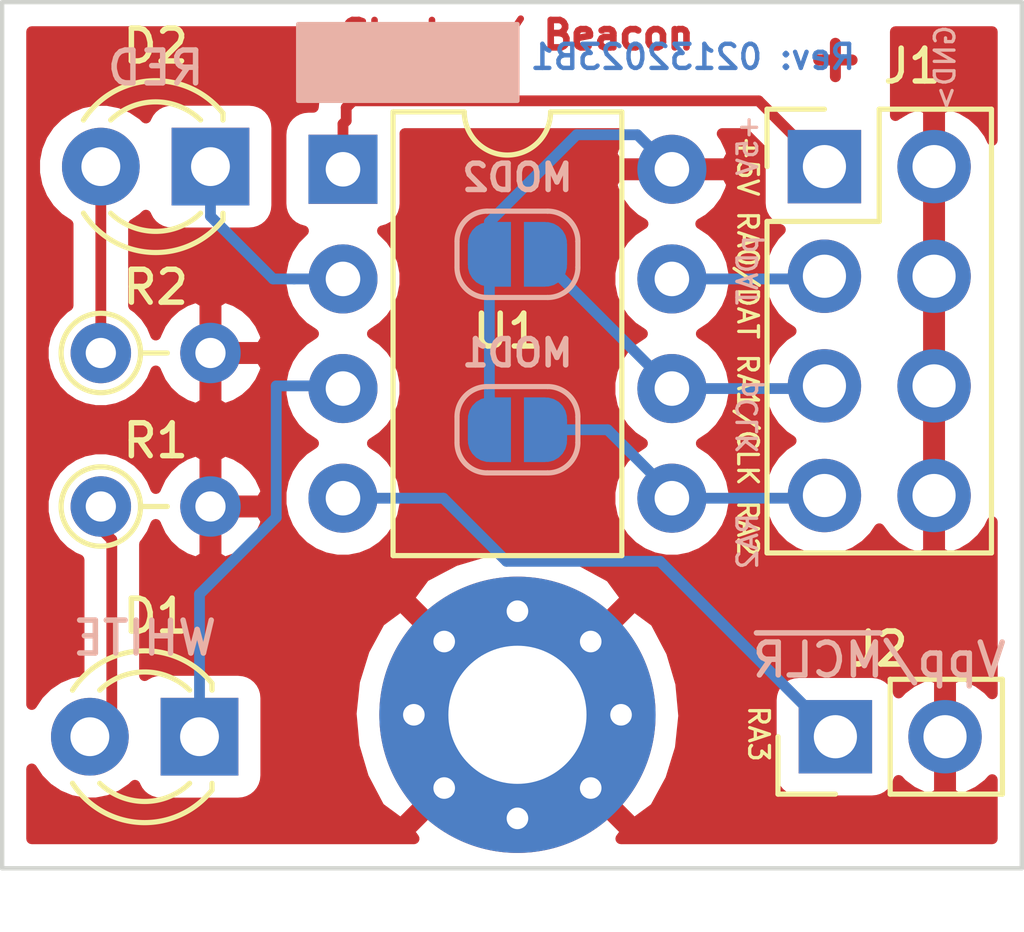
<source format=kicad_pcb>
(kicad_pcb (version 20240108) (generator "pcbnew") (generator_version "8.0")
  (layers (0 "F.Cu" signal) (31 "B.Cu" signal) (34 "B.Paste" user) (35 "F.Paste" user) (36 "B.SilkS" user "B.Silkscreen") (37 "F.SilkS" user "F.Silkscreen") (38 "B.Mask" user) (39 "F.Mask" user) (44 "Edge.Cuts" user))
  (net 0 "")
  (net 1 "Net-(D1-Pad2)")
  (net 2 "Net-(D1-Pad1)")
  (net 3 "Net-(D2-Pad2)")
  (net 4 "Net-(D2-Pad1)")
  (net 5 "GND")
  (net 6 "Net-(J1-Pad3)")
  (net 7 "+VDC")
  (net 8 "Net-(J2-Pad1)")
  (net 9 "Net-(J1-Pad7)")
  (net 10 "Net-(J1-Pad5)")
  (footprint "LED_THT:LED_D3.0mm_Clear" (layer "F.Cu") (at 107.696 104.14 180)
    (property "Reference" "D1" (at 1.016 2.794 0) (layer "F.SilkS") (effects (font (size 0.762 0.762) (thickness 0.127))))
    (property "Value" "WHITE" (at 1.27 2.286 0) (layer "B.SilkS") (effects (font (size 0.762 0.762) (thickness 0.127)) (justify mirror)))
    (fp_line (start -0.29 1.08) (end -0.29 1.236) (stroke (width 0.12)) (layer "F.SilkS"))
    (fp_line (start -0.29 -1.236) (end -0.29 -1.08) (stroke (width 0.12)) (layer "F.SilkS"))
    (fp_arc (start 2.942335 1.078608) (mid 1.366487 1.987659) (end -0.29 1.235516) (stroke (width 0.12)) (layer "F.SilkS"))
    (fp_arc (start 2.31113 1.079837) (mid 1.270117 1.5) (end 0.229039 1.08) (stroke (width 0.12)) (layer "F.SilkS"))
    (fp_arc (start 0.229039 -1.08) (mid 1.270117 -1.5) (end 2.31113 -1.079837) (stroke (width 0.12)) (layer "F.SilkS"))
    (fp_arc (start -0.29 -1.235516) (mid 1.366487 -1.987659) (end 2.942335 -1.078608) (stroke (width 0.12)) (layer "F.SilkS"))
    (pad "1" thru_hole rect (at 0 0 180) (size 1.8 1.8) (drill 0.9) (layers "*.Cu" "*.Mask") (net 2 "Net-(D1-Pad1)"))
    (pad "2" thru_hole circle (at 2.54 0 180) (size 1.8 1.8) (drill 0.9) (layers "*.Cu" "*.Mask") (net 1 "Net-(D1-Pad2)"))
  )
  (footprint "LED_THT:LED_D3.0mm" (layer "F.Cu") (at 107.95 90.932 180)
    (property "Reference" "D2" (at 1.27 2.794 0) (layer "F.SilkS") (effects (font (size 0.762 0.762) (thickness 0.127))))
    (property "Value" "RED" (at 1.27 2.286 0) (layer "B.SilkS") (effects (font (size 0.762 0.762) (thickness 0.127)) (justify mirror)))
    (fp_line (start -0.29 1.08) (end -0.29 1.236) (stroke (width 0.12)) (layer "F.SilkS"))
    (fp_line (start -0.29 -1.236) (end -0.29 -1.08) (stroke (width 0.12)) (layer "F.SilkS"))
    (fp_arc (start 2.942335 1.078608) (mid 1.366487 1.987659) (end -0.29 1.235516) (stroke (width 0.12)) (layer "F.SilkS"))
    (fp_arc (start 2.31113 1.079837) (mid 1.270117 1.5) (end 0.229039 1.08) (stroke (width 0.12)) (layer "F.SilkS"))
    (fp_arc (start 0.229039 -1.08) (mid 1.270117 -1.5) (end 2.31113 -1.079837) (stroke (width 0.12)) (layer "F.SilkS"))
    (fp_arc (start -0.29 -1.235516) (mid 1.366487 -1.987659) (end 2.942335 -1.078608) (stroke (width 0.12)) (layer "F.SilkS"))
    (pad "1" thru_hole rect (at 0 0 180) (size 1.8 1.8) (drill 0.9) (layers "*.Cu" "*.Mask") (net 4 "Net-(D2-Pad1)"))
    (pad "2" thru_hole circle (at 2.54 0 180) (size 1.8 1.8) (drill 0.9) (layers "*.Cu" "*.Mask") (net 3 "Net-(D2-Pad2)"))
  )
  (footprint "Resistor_THT:R_Axial_DIN0204_L3.6mm_D1.6mm_P2.54mm_Vertical" (layer "F.Cu") (at 105.41 98.806)
    (property "Reference" "R1" (at 1.27 -1.524 0) (layer "F.SilkS") (effects (font (size 0.762 0.762) (thickness 0.127))))
    (property "Value" "220")
    (fp_line (start 0.92 0) (end 1.54 0) (stroke (width 0.12)) (layer "F.SilkS"))
    (fp_circle (center 0 0) (end 0.92 0) (stroke (width 0.12)) (fill none) (layer "F.SilkS"))
    (pad "1" thru_hole circle (at 0 0) (size 1.4 1.4) (drill 0.7) (layers "*.Cu" "*.Mask") (net 1 "Net-(D1-Pad2)"))
    (pad "2" thru_hole oval (at 2.54 0) (size 1.4 1.4) (drill 0.7) (layers "*.Cu" "*.Mask") (net 5 "GND"))
  )
  (footprint "Resistor_THT:R_Axial_DIN0204_L3.6mm_D1.6mm_P2.54mm_Vertical" (layer "F.Cu") (at 105.41 95.25)
    (property "Reference" "R2" (at 1.27 -1.524 0) (layer "F.SilkS") (effects (font (size 0.762 0.762) (thickness 0.127))))
    (property "Value" "330")
    (fp_line (start 0.92 0) (end 1.54 0) (stroke (width 0.12)) (layer "F.SilkS"))
    (fp_circle (center 0 0) (end 0.92 0) (stroke (width 0.12)) (fill none) (layer "F.SilkS"))
    (pad "1" thru_hole circle (at 0 0) (size 1.4 1.4) (drill 0.7) (layers "*.Cu" "*.Mask") (net 3 "Net-(D2-Pad2)"))
    (pad "2" thru_hole oval (at 2.54 0) (size 1.4 1.4) (drill 0.7) (layers "*.Cu" "*.Mask") (net 5 "GND"))
  )
  (footprint "Package_DIP:DIP-8_W7.62mm" (layer "F.Cu") (at 111.02 90.994)
    (property "Reference" "U1" (at 3.788 3.748 0) (layer "F.SilkS") (effects (font (size 0.762 0.762) (thickness 0.127))))
    (property "Value" "PIC12F1822-IMC")
    (fp_line (start 1.16 -1.33) (end 1.16 8.95) (stroke (width 0.12)) (layer "F.SilkS"))
    (fp_line (start 1.16 8.95) (end 6.46 8.95) (stroke (width 0.12)) (layer "F.SilkS"))
    (fp_line (start 2.81 -1.33) (end 1.16 -1.33) (stroke (width 0.12)) (layer "F.SilkS"))
    (fp_line (start 6.46 -1.33) (end 4.81 -1.33) (stroke (width 0.12)) (layer "F.SilkS"))
    (fp_line (start 6.46 8.95) (end 6.46 -1.33) (stroke (width 0.12)) (layer "F.SilkS"))
    (fp_arc (start 4.81 -1.33) (mid 3.81 -0.33) (end 2.81 -1.33) (stroke (width 0.12)) (layer "F.SilkS"))
    (pad "1" thru_hole rect (at 0 0) (size 1.6 1.6) (drill 0.8) (layers "*.Cu" "*.Mask") (net 7 "+VDC"))
    (pad "2" thru_hole oval (at 0 2.54) (size 1.6 1.6) (drill 0.8) (layers "*.Cu" "*.Mask") (net 4 "Net-(D2-Pad1)"))
    (pad "3" thru_hole oval (at 0 5.08) (size 1.6 1.6) (drill 0.8) (layers "*.Cu" "*.Mask") (net 2 "Net-(D1-Pad1)"))
    (pad "4" thru_hole oval (at 0 7.62) (size 1.6 1.6) (drill 0.8) (layers "*.Cu" "*.Mask") (net 8 "Net-(J2-Pad1)"))
    (pad "5" thru_hole oval (at 7.62 7.62) (size 1.6 1.6) (drill 0.8) (layers "*.Cu" "*.Mask") (net 9 "Net-(J1-Pad7)"))
    (pad "6" thru_hole oval (at 7.62 5.08) (size 1.6 1.6) (drill 0.8) (layers "*.Cu" "*.Mask") (net 10 "Net-(J1-Pad5)"))
    (pad "7" thru_hole oval (at 7.62 2.54) (size 1.6 1.6) (drill 0.8) (layers "*.Cu" "*.Mask") (net 6 "Net-(J1-Pad3)"))
    (pad "8" thru_hole oval (at 7.62 0) (size 1.6 1.6) (drill 0.8) (layers "*.Cu" "*.Mask") (net 5 "GND"))
  )
  (footprint "Connector_PinHeader_2.54mm:PinHeader_1x02_P2.54mm_Vertical" (layer "F.Cu") (at 122.428 104.14 90)
    (property "Reference" "J2" (at 2.032 1.016 0) (layer "F.SilkS") (effects (font (size 0.762 0.762) (thickness 0.127))))
    (property "Value" "Vpp/~{MCLR}" (at 1.778 1.016 0) (layer "B.SilkS") (effects (font (size 0.762 0.762) (thickness 0.127)) (justify mirror)))
    (fp_line (start -1.33 -1.33) (end 0 -1.33) (stroke (width 0.12)) (layer "F.SilkS"))
    (fp_line (start -1.33 0) (end -1.33 -1.33) (stroke (width 0.12)) (layer "F.SilkS"))
    (fp_line (start 1.33 1.27) (end 1.33 3.87) (stroke (width 0.12)) (layer "F.SilkS"))
    (fp_line (start -1.33 1.27) (end 1.33 1.27) (stroke (width 0.12)) (layer "F.SilkS"))
    (fp_line (start -1.33 1.27) (end -1.33 3.87) (stroke (width 0.12)) (layer "F.SilkS"))
    (fp_line (start -1.33 3.87) (end 1.33 3.87) (stroke (width 0.12)) (layer "F.SilkS"))
    (fp_text user "${REFERENCE}" (at 2.032 1.016 0) (layer "F.SilkS") (effects (font (size 0.762 0.762) (thickness 0.127))))
    (pad "1" thru_hole rect (at 0 0 90) (size 1.7 1.7) (drill 1) (layers "*.Cu" "*.Mask") (net 8 "Net-(J2-Pad1)"))
    (pad "2" thru_hole oval (at 0 2.54 90) (size 1.7 1.7) (drill 1) (layers "*.Cu" "*.Mask") (net 5 "GND"))
  )
  (footprint "Connector_PinHeader_2.54mm:PinHeader_2x04_P2.54mm_Vertical" (layer "F.Cu") (at 122.174 90.932)
    (property "Reference" "J1" (at 2.032 -2.33 0) (layer "F.SilkS") (effects (font (size 0.762 0.762) (thickness 0.127))))
    (property "Value" "ICP")
    (fp_line (start -1.33 -1.33) (end 0 -1.33) (stroke (width 0.12)) (layer "F.SilkS"))
    (fp_line (start -1.33 0) (end -1.33 -1.33) (stroke (width 0.12)) (layer "F.SilkS"))
    (fp_line (start -1.33 1.27) (end -1.33 8.95) (stroke (width 0.12)) (layer "F.SilkS"))
    (fp_line (start -1.33 1.27) (end 1.27 1.27) (stroke (width 0.12)) (layer "F.SilkS"))
    (fp_line (start -1.33 8.95) (end 3.87 8.95) (stroke (width 0.12)) (layer "F.SilkS"))
    (fp_line (start 1.27 -1.33) (end 3.87 -1.33) (stroke (width 0.12)) (layer "F.SilkS"))
    (fp_line (start 1.27 1.27) (end 1.27 -1.33) (stroke (width 0.12)) (layer "F.SilkS"))
    (fp_line (start 3.87 -1.33) (end 3.87 8.95) (stroke (width 0.12)) (layer "F.SilkS"))
    (pad "1" thru_hole rect (at 0 0) (size 1.7 1.7) (drill 1) (layers "*.Cu" "*.Mask") (net 7 "+VDC"))
    (pad "2" thru_hole oval (at 2.54 0) (size 1.7 1.7) (drill 1) (layers "*.Cu" "*.Mask") (net 5 "GND"))
    (pad "3" thru_hole oval (at 0 2.54) (size 1.7 1.7) (drill 1) (layers "*.Cu" "*.Mask") (net 6 "Net-(J1-Pad3)"))
    (pad "4" thru_hole oval (at 2.54 2.54) (size 1.7 1.7) (drill 1) (layers "*.Cu" "*.Mask") (net 5 "GND"))
    (pad "5" thru_hole oval (at 0 5.08) (size 1.7 1.7) (drill 1) (layers "*.Cu" "*.Mask") (net 10 "Net-(J1-Pad5)"))
    (pad "6" thru_hole oval (at 2.54 5.08) (size 1.7 1.7) (drill 1) (layers "*.Cu" "*.Mask") (net 5 "GND"))
    (pad "7" thru_hole oval (at 0 7.62) (size 1.7 1.7) (drill 1) (layers "*.Cu" "*.Mask") (net 9 "Net-(J1-Pad7)"))
    (pad "8" thru_hole oval (at 2.54 7.62) (size 1.7 1.7) (drill 1) (layers "*.Cu" "*.Mask") (net 5 "GND"))
  )
  (footprint "MountingHole:MountingHole_3.2mm_M3_Pad_Via" (layer "F.Cu") (at 115.062 103.632)
    (property "Reference" "H1" (hide yes))
    (property "Value" "MountingHole_Pad")
    (pad "1" thru_hole circle (at -2.4 0) (size 0.8 0.8) (drill 0.5) (layers "*.Cu" "*.Mask") (net 5 "GND"))
    (pad "1" thru_hole circle (at -1.697056 -1.697056) (size 0.8 0.8) (drill 0.5) (layers "*.Cu" "*.Mask") (net 5 "GND"))
    (pad "1" thru_hole circle (at -1.697056 1.697056) (size 0.8 0.8) (drill 0.5) (layers "*.Cu" "*.Mask") (net 5 "GND"))
    (pad "1" thru_hole circle (at 0 -2.4) (size 0.8 0.8) (drill 0.5) (layers "*.Cu" "*.Mask") (net 5 "GND"))
    (pad "1" thru_hole circle (at 0 0) (size 6.4 6.4) (drill 3.2) (layers "*.Cu" "*.Mask") (net 5 "GND"))
    (pad "1" thru_hole circle (at 0 2.4) (size 0.8 0.8) (drill 0.5) (layers "*.Cu" "*.Mask") (net 5 "GND"))
    (pad "1" thru_hole circle (at 1.697056 -1.697056) (size 0.8 0.8) (drill 0.5) (layers "*.Cu" "*.Mask") (net 5 "GND"))
    (pad "1" thru_hole circle (at 1.697056 1.697056) (size 0.8 0.8) (drill 0.5) (layers "*.Cu" "*.Mask") (net 5 "GND"))
    (pad "1" thru_hole circle (at 2.4 0) (size 0.8 0.8) (drill 0.5) (layers "*.Cu" "*.Mask") (net 5 "GND"))
  )
  (footprint "Jumper:SolderJumper-2_P1.3mm_Open_RoundedPad1.0x1.5mm" (layer "B.Cu") (at 115.062 97.028)
    (property "Reference" "JP1" (hide yes))
    (property "Value" "MOD1" (at 0 -1.778 0) (layer "B.SilkS") (effects (font (size 0.6096 0.6096) (thickness 0.127)) (justify mirror)))
    (fp_line (start -1.4 -0.3) (end -1.4 0.3) (stroke (width 0.12)) (layer "B.SilkS"))
    (fp_line (start -0.7 1) (end 0.7 1) (stroke (width 0.12)) (layer "B.SilkS"))
    (fp_line (start 0.7 -1) (end -0.7 -1) (stroke (width 0.12)) (layer "B.SilkS"))
    (fp_line (start 1.4 0.3) (end 1.4 -0.3) (stroke (width 0.12)) (layer "B.SilkS"))
    (fp_arc (start -1.4 -0.3) (mid -1.194975 -0.794975) (end -0.7 -1) (stroke (width 0.12)) (layer "B.SilkS"))
    (fp_arc (start -0.7 1) (mid -1.194975 0.794975) (end -1.4 0.3) (stroke (width 0.12)) (layer "B.SilkS"))
    (fp_arc (start 0.7 -1) (mid 1.194975 -0.794975) (end 1.4 -0.3) (stroke (width 0.12)) (layer "B.SilkS"))
    (fp_arc (start 1.4 0.3) (mid 1.194975 0.794975) (end 0.7 1) (stroke (width 0.12)) (layer "B.SilkS"))
    (pad "1" smd custom (at -0.65 0) (size 1 0.5) (layers "B.Cu" "B.Mask") (net 5 "GND") (options (clearance outline) (anchor rect)) (primitives (gr_circle (center 0 -0.25) (end 0.5 -0.25) (width 0) (fill yes)) (gr_circle (center 0 0.25) (end 0.5 0.25) (width 0) (fill yes)) (gr_poly (pts (xy 0 0.75) (xy 0.5 0.75) (xy 0.5 -0.75) (xy 0 -0.75)) (width 0) (fill yes))))
    (pad "2" smd custom (at 0.65 0) (size 1 0.5) (layers "B.Cu" "B.Mask") (net 9 "Net-(J1-Pad7)") (options (clearance outline) (anchor rect)) (primitives (gr_circle (center 0 -0.25) (end 0.5 -0.25) (width 0) (fill yes)) (gr_circle (center 0 0.25) (end 0.5 0.25) (width 0) (fill yes)) (gr_poly (pts (xy 0 0.75) (xy -0.5 0.75) (xy -0.5 -0.75) (xy 0 -0.75)) (width 0) (fill yes))))
  )
  (footprint "Jumper:SolderJumper-2_P1.3mm_Open_RoundedPad1.0x1.5mm" (layer "B.Cu") (at 115.062 92.964)
    (property "Reference" "JP2" (hide yes))
    (property "Value" "MOD2" (at 0 -1.778 0) (layer "B.SilkS") (effects (font (size 0.6096 0.6096) (thickness 0.127)) (justify mirror)))
    (fp_line (start -1.4 -0.3) (end -1.4 0.3) (stroke (width 0.12)) (layer "B.SilkS"))
    (fp_line (start -0.7 1) (end 0.7 1) (stroke (width 0.12)) (layer "B.SilkS"))
    (fp_line (start 0.7 -1) (end -0.7 -1) (stroke (width 0.12)) (layer "B.SilkS"))
    (fp_line (start 1.4 0.3) (end 1.4 -0.3) (stroke (width 0.12)) (layer "B.SilkS"))
    (fp_arc (start -1.4 -0.3) (mid -1.194975 -0.794975) (end -0.7 -1) (stroke (width 0.12)) (layer "B.SilkS"))
    (fp_arc (start -0.7 1) (mid -1.194975 0.794975) (end -1.4 0.3) (stroke (width 0.12)) (layer "B.SilkS"))
    (fp_arc (start 0.7 -1) (mid 1.194975 -0.794975) (end 1.4 -0.3) (stroke (width 0.12)) (layer "B.SilkS"))
    (fp_arc (start 1.4 0.3) (mid 1.194975 0.794975) (end 0.7 1) (stroke (width 0.12)) (layer "B.SilkS"))
    (pad "1" smd custom (at -0.65 0) (size 1 0.5) (layers "B.Cu" "B.Mask") (net 5 "GND") (options (clearance outline) (anchor rect)) (primitives (gr_circle (center 0 -0.25) (end 0.5 -0.25) (width 0) (fill yes)) (gr_circle (center 0 0.25) (end 0.5 0.25) (width 0) (fill yes)) (gr_poly (pts (xy 0 0.75) (xy 0.5 0.75) (xy 0.5 -0.75) (xy 0 -0.75)) (width 0) (fill yes))))
    (pad "2" smd custom (at 0.65 0) (size 1 0.5) (layers "B.Cu" "B.Mask") (net 10 "Net-(J1-Pad5)") (options (clearance outline) (anchor rect)) (primitives (gr_circle (center 0 -0.25) (end 0.5 -0.25) (width 0) (fill yes)) (gr_circle (center 0 0.25) (end 0.5 0.25) (width 0) (fill yes)) (gr_poly (pts (xy 0 0.75) (xy -0.5 0.75) (xy -0.5 -0.75) (xy 0 -0.75)) (width 0) (fill yes))))
  )
  (gr_poly (pts (xy 115.062 89.408) (xy 109.982 89.408) (xy 109.982 87.63) (xy 115.062 87.63)) (stroke (width 0.1)) (fill solid) (layer "B.SilkS"))
  (gr_line (start 126.746 107.188) (end 103.124 107.188) (stroke (width 0.1)) (layer "Edge.Cuts"))
  (gr_line (start 126.746 87.122) (end 126.746 107.188) (stroke (width 0.1)) (layer "Edge.Cuts"))
  (gr_line (start 103.124 87.122) (end 126.746 87.122) (stroke (width 0.1)) (layer "Edge.Cuts"))
  (gr_line (start 103.124 107.188) (end 103.124 87.122) (stroke (width 0.1)) (layer "Edge.Cuts"))
  (gr_text "Strobe / Beacon\n" (at 115.062 87.884 0) (layer "F.Cu") (effects (font (size 0.635 0.635) (thickness 0.1524))))
  (gr_text "+" (at 122.428 88.392 0) (layer "F.Cu") (effects (font (size 1.016 1.016) (thickness 0.254))))
  (gr_text "Rev: 02132023B1" (at 119.126 88.392 0) (layer "B.Cu") (effects (font (size 0.5588 0.5588) (thickness 0.1016)) (justify mirror)))
  (gr_text "+5V    pDAT     pCLK    RA2" (at 120.396 94.996 90) (layer "B.SilkS") (effects (font (size 0.4572 0.4572) (thickness 0.0762)) (justify mirror)))
  (gr_text "GND>" (at 124.968 88.646 90) (layer "B.SilkS") (effects (font (size 0.4572 0.4572) (thickness 0.0762)) (justify mirror)))
  (gr_text "+5V RA0/DAT RA1/CLK RA2" (at 120.396 90.17 -90) (layer "F.SilkS") (effects (font (size 0.4572 0.4572) (thickness 0.0762)) (justify left)))
  (gr_text "RA3" (at 120.65 103.378 -90) (layer "F.SilkS") (effects (font (size 0.4572 0.4572) (thickness 0.0762)) (justify left)))
  (segment (start 105.664 103.632) (end 105.664 99.577) (width 0.25) (layer "F.Cu") (net 1))
  (segment (start 105.664 99.577) (end 105.401 99.314) (width 0.25) (layer "F.Cu") (net 1))
  (segment (start 105.156 104.14) (end 105.664 103.632) (width 0.25) (layer "F.Cu") (net 1))
  (segment (start 109.474 96.012) (end 109.474 99.06) (width 0.25) (layer "B.Cu") (net 2))
  (segment (start 109.474 99.06) (end 107.696 100.838) (width 0.25) (layer "B.Cu") (net 2))
  (segment (start 107.696 100.838) (end 107.696 104.14) (width 0.25) (layer "B.Cu") (net 2))
  (segment (start 110.958 96.012) (end 109.474 96.012) (width 0.25) (layer "B.Cu") (net 2))
  (segment (start 111.02 96.074) (end 110.958 96.012) (width 0.25) (layer "B.Cu") (net 2))
  (segment (start 105.41 95.513) (end 105.655 95.758) (width 0.25) (layer "F.Cu") (net 3))
  (segment (start 105.41 90.932) (end 105.41 95.513) (width 0.25) (layer "F.Cu") (net 3))
  (segment (start 107.95 92.082) (end 109.402 93.534) (width 0.25) (layer "B.Cu") (net 4))
  (segment (start 107.95 90.932) (end 107.95 92.082) (width 0.25) (layer "B.Cu") (net 4))
  (segment (start 109.88863 93.534) (end 111.02 93.534) (width 0.25) (layer "B.Cu") (net 4))
  (segment (start 109.402 93.534) (end 109.88863 93.534) (width 0.25) (layer "B.Cu") (net 4))
  (segment (start 117.840001 90.194001) (end 116.434407 90.194001) (width 0.25) (layer "B.Cu") (net 5))
  (segment (start 116.434407 90.194001) (end 114.412 92.216408) (width 0.25) (layer "B.Cu") (net 5))
  (segment (start 114.412 92.216408) (end 114.412 92.964) (width 0.25) (layer "B.Cu") (net 5))
  (segment (start 118.64 90.994) (end 117.840001 90.194001) (width 0.25) (layer "B.Cu") (net 5))
  (segment (start 114.412 97.028) (end 114.412 96.280408) (width 0.25) (layer "B.Cu") (net 5))
  (segment (start 114.412 96.280408) (end 114.412 92.964) (width 0.25) (layer "B.Cu") (net 5))
  (segment (start 122.236 93.534) (end 122.428 93.726) (width 0.25) (layer "B.Cu") (net 6))
  (segment (start 118.578 93.534) (end 122.174 93.534) (width 0.25) (layer "B.Cu") (net 6))
  (segment (start 111.252 89.408) (end 120.65 89.408) (width 0.25) (layer "F.Cu") (net 7))
  (segment (start 111.02 90.994) (end 111.02 89.944) (width 0.25) (layer "F.Cu") (net 7))
  (segment (start 122.174 90.932) (end 122.428 91.186) (width 0.25) (layer "F.Cu") (net 7))
  (segment (start 111.02 89.944) (end 111.095001 89.868999) (width 0.25) (layer "F.Cu") (net 7))
  (segment (start 120.65 89.408) (end 122.174 90.932) (width 0.25) (layer "F.Cu") (net 7))
  (segment (start 111.095001 89.564999) (end 111.252 89.408) (width 0.25) (layer "F.Cu") (net 7))
  (segment (start 111.095001 89.868999) (end 111.095001 89.564999) (width 0.25) (layer "F.Cu") (net 7))
  (segment (start 118.364 100.076) (end 114.808 100.076) (width 0.25) (layer "B.Cu") (net 8))
  (segment (start 114.808 100.076) (end 113.346 98.614) (width 0.25) (layer "B.Cu") (net 8))
  (segment (start 122.428 104.14) (end 118.364 100.076) (width 0.25) (layer "B.Cu") (net 8))
  (segment (start 113.346 98.614) (end 111.02 98.614) (width 0.25) (layer "B.Cu") (net 8))
  (segment (start 118.618 98.494) (end 117.152 97.028) (width 0.25) (layer "B.Cu") (net 9))
  (segment (start 118.64 98.614) (end 122.112 98.614) (width 0.25) (layer "B.Cu") (net 9))
  (segment (start 122.112 98.614) (end 122.174 98.552) (width 0.25) (layer "B.Cu") (net 9))
  (segment (start 117.152 97.028) (end 115.824 97.028) (width 0.25) (layer "B.Cu") (net 9))
  (segment (start 118.64 96.074) (end 122.236 96.074) (width 0.25) (layer "B.Cu") (net 10))
  (segment (start 118.64 96.074) (end 115.712 93.146) (width 0.25) (layer "B.Cu") (net 10))
  (segment (start 122.236 96.074) (end 122.428 96.266) (width 0.25) (layer "B.Cu") (net 10))
  (segment (start 115.712 93.146) (end 115.712 92.964) (width 0.25) (layer "B.Cu") (net 10))
  (zone (net 5) (net_name "GND") (layer "F.Cu") (connect_pads (clearance 0.508)) (min_thickness 0.254) (fill yes (thermal_gap 0.508) (thermal_bridge_width 0.508))
    (polygon (pts (xy 126.492 107.188) (xy 103.124 107.188) (xy 103.124 87.122) (xy 126.492 87.122)))
  )
)
</source>
